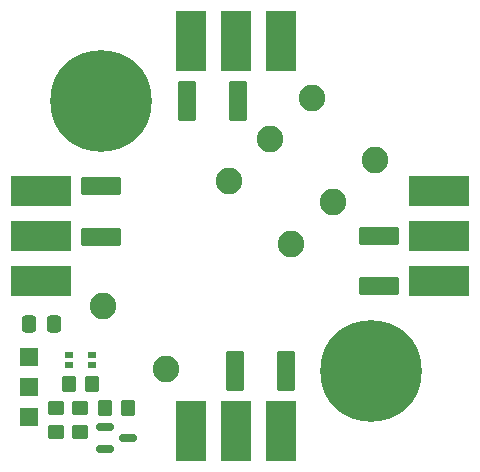
<source format=gbr>
%TF.GenerationSoftware,KiCad,Pcbnew,(6.0.7)*%
%TF.CreationDate,2022-09-13T12:21:28-04:00*%
%TF.ProjectId,switch-board,73776974-6368-42d6-926f-6172642e6b69,A*%
%TF.SameCoordinates,Original*%
%TF.FileFunction,Soldermask,Top*%
%TF.FilePolarity,Negative*%
%FSLAX46Y46*%
G04 Gerber Fmt 4.6, Leading zero omitted, Abs format (unit mm)*
G04 Created by KiCad (PCBNEW (6.0.7)) date 2022-09-13 12:21:28*
%MOMM*%
%LPD*%
G01*
G04 APERTURE LIST*
G04 Aperture macros list*
%AMRoundRect*
0 Rectangle with rounded corners*
0 $1 Rounding radius*
0 $2 $3 $4 $5 $6 $7 $8 $9 X,Y pos of 4 corners*
0 Add a 4 corners polygon primitive as box body*
4,1,4,$2,$3,$4,$5,$6,$7,$8,$9,$2,$3,0*
0 Add four circle primitives for the rounded corners*
1,1,$1+$1,$2,$3*
1,1,$1+$1,$4,$5*
1,1,$1+$1,$6,$7*
1,1,$1+$1,$8,$9*
0 Add four rect primitives between the rounded corners*
20,1,$1+$1,$2,$3,$4,$5,0*
20,1,$1+$1,$4,$5,$6,$7,0*
20,1,$1+$1,$6,$7,$8,$9,0*
20,1,$1+$1,$8,$9,$2,$3,0*%
G04 Aperture macros list end*
%ADD10RoundRect,0.250000X1.450000X-0.537500X1.450000X0.537500X-1.450000X0.537500X-1.450000X-0.537500X0*%
%ADD11RoundRect,0.250000X0.450000X-0.350000X0.450000X0.350000X-0.450000X0.350000X-0.450000X-0.350000X0*%
%ADD12R,5.080000X2.540000*%
%ADD13RoundRect,0.250000X-0.337500X-0.475000X0.337500X-0.475000X0.337500X0.475000X-0.337500X0.475000X0*%
%ADD14R,2.540000X5.080000*%
%ADD15RoundRect,0.250000X0.350000X0.450000X-0.350000X0.450000X-0.350000X-0.450000X0.350000X-0.450000X0*%
%ADD16RoundRect,0.250000X-0.350000X-0.450000X0.350000X-0.450000X0.350000X0.450000X-0.350000X0.450000X0*%
%ADD17C,8.600000*%
%ADD18RoundRect,0.250000X0.537500X1.450000X-0.537500X1.450000X-0.537500X-1.450000X0.537500X-1.450000X0*%
%ADD19R,0.800000X0.550000*%
%ADD20RoundRect,0.250000X-0.537500X-1.450000X0.537500X-1.450000X0.537500X1.450000X-0.537500X1.450000X0*%
%ADD21RoundRect,0.250000X-1.450000X0.537500X-1.450000X-0.537500X1.450000X-0.537500X1.450000X0.537500X0*%
%ADD22R,1.500000X1.500000*%
%ADD23C,2.250000*%
%ADD24RoundRect,0.150000X-0.587500X-0.150000X0.587500X-0.150000X0.587500X0.150000X-0.587500X0.150000X0*%
G04 APERTURE END LIST*
D10*
%TO.C,C2*%
X120015000Y-67796500D03*
X120015000Y-63521500D03*
%TD*%
D11*
%TO.C,R4*%
X94742000Y-80121000D03*
X94742000Y-78121000D03*
%TD*%
D12*
%TO.C,J6*%
X125095000Y-63500000D03*
X125095000Y-67310000D03*
X125095000Y-59690000D03*
%TD*%
D13*
%TO.C,C1*%
X90402500Y-70977000D03*
X92477500Y-70977000D03*
%TD*%
D14*
%TO.C,J4*%
X107950000Y-46990000D03*
X104140000Y-46990000D03*
X111760000Y-46990000D03*
%TD*%
D15*
%TO.C,R3*%
X98790000Y-78089000D03*
X96790000Y-78089000D03*
%TD*%
D16*
%TO.C,R1*%
X93742000Y-76057000D03*
X95742000Y-76057000D03*
%TD*%
D17*
%TO.C,H1*%
X119380000Y-74930000D03*
%TD*%
D18*
%TO.C,C3*%
X112119500Y-74930000D03*
X107844500Y-74930000D03*
%TD*%
D19*
%TO.C,D1*%
X95742000Y-74475000D03*
X95742000Y-73575000D03*
X93742000Y-73575000D03*
X93742000Y-74475000D03*
%TD*%
D20*
%TO.C,C4*%
X103780500Y-52070000D03*
X108055500Y-52070000D03*
%TD*%
D14*
%TO.C,J3*%
X104140000Y-80010000D03*
X111760000Y-80010000D03*
X107950000Y-80010000D03*
%TD*%
D21*
%TO.C,C5*%
X96520000Y-59330500D03*
X96520000Y-63605500D03*
%TD*%
D22*
%TO.C,J1*%
X90424000Y-73771000D03*
%TD*%
%TO.C,J2*%
X90424000Y-78851000D03*
%TD*%
D23*
%TO.C,K1*%
X101974948Y-74778353D03*
X112581549Y-64171751D03*
X107278249Y-58868451D03*
X116117083Y-60636218D03*
X110813782Y-55332917D03*
X114349316Y-51797383D03*
X119652617Y-57100684D03*
X96671647Y-69475052D03*
%TD*%
D11*
%TO.C,R2*%
X92710000Y-80105000D03*
X92710000Y-78105000D03*
%TD*%
D12*
%TO.C,J5*%
X91440000Y-63500000D03*
X91440000Y-59690000D03*
X91440000Y-67310000D03*
%TD*%
D22*
%TO.C,J7*%
X90424000Y-76311000D03*
%TD*%
D24*
%TO.C,Q1*%
X96852500Y-79679000D03*
X96852500Y-81579000D03*
X98727500Y-80629000D03*
%TD*%
D17*
%TO.C,H2*%
X96520000Y-52070000D03*
%TD*%
M02*

</source>
